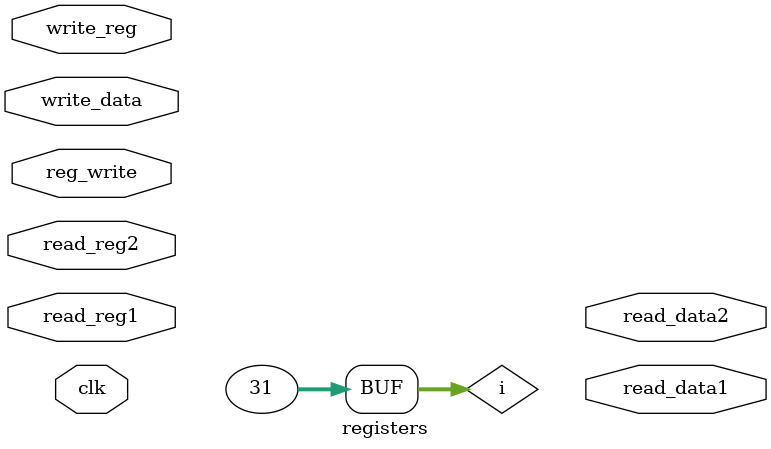
<source format=v>
`timescale 1ns / 1ps


module registers(
    input clk,
    input reg_write,
    input[4:0] read_reg1,
    input[4:0] read_reg2,
    input[4:0] write_reg,
    input[31:0] write_data,
    output[31:0] read_data1,
    output[31:0] read_data2 
    );
    
    reg[31:0] registers[31:0];
    integer i;
    
    initial begin
        for(i = 0; i < 31; i = i + 1)
        begin
            registers[i] = i;
        end
    end

    always @(posedge clk)
    begin
        if (reg_write)
        begin
            registers[write_reg] = write_data;
        end
    end
        
    always @(read_reg1 or read_reg2)
    begin
        registers[read_reg1] = read_data1;
        registers[read_reg2] = read_data2;
    end

endmodule

</source>
